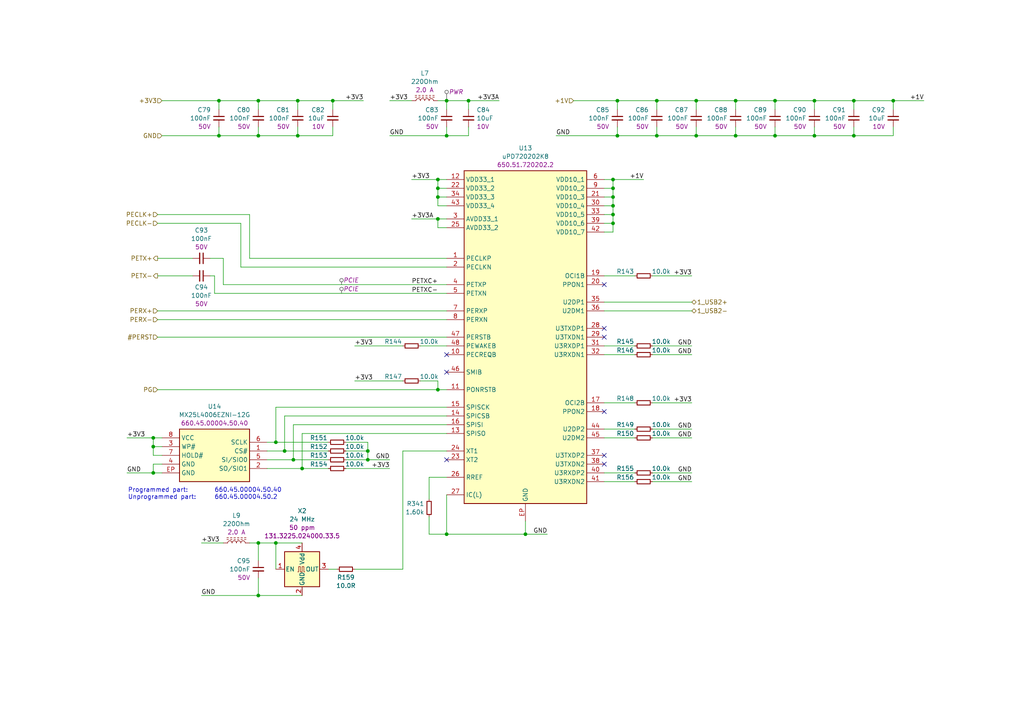
<source format=kicad_sch>
(kicad_sch (version 20231120) (generator "eeschema") (generator_version "8.0")
  (paper "A4")
  (title_block (title "CQ2") (date "2024-08-03") (rev "0") (comment 1 "PCIe USB Interface") (comment 2 "Manfred Schmitz") (comment 3 "tbd") (comment 4 "2024-07-03") (comment 5 "tbd") (comment 6 "A"))
  (lib_symbols
    (symbol "ci4rail-database:capacitors/86" (pin_numbers hide) (pin_names (offset 0.254) hide)
      (property "Reference" "C" (at 0.254 1.778 0))
      (property "Value" "100nF" (at 0.254 -2.032 0))
      (property "Value2" "50V" (at 0 0 0))
      (symbol "capacitors/86_0_1"
        (polyline (pts (xy -1.524 -0.508) (xy 1.524 -0.508)) (stroke (width 0.3302)))
        (polyline (pts (xy -1.524 0.508) (xy 1.524 0.508)) (stroke (width 0.3048)))
      )
      (symbol "capacitors/86_1_1"
        (pin passive line (at 0 2.54 270) (length 2.032) (name "~") (number "1"))
        (pin passive line (at 0 -2.54 90) (length 2.032) (name "~") (number "2"))
      )
    )
    (symbol "ci4rail-database:capacitors/93" (pin_numbers hide) (pin_names (offset 0.254) hide)
      (property "Reference" "C" (at 0.254 1.778 0))
      (property "Value" "10uF" (at 0.254 -2.032 0))
      (property "Value2" "10V" (at 0 0 0))
      (symbol "capacitors/93_0_1"
        (polyline (pts (xy -1.524 -0.508) (xy 1.524 -0.508)) (stroke (width 0.3302)))
        (polyline (pts (xy -1.524 0.508) (xy 1.524 0.508)) (stroke (width 0.3048)))
      )
      (symbol "capacitors/93_1_1"
        (pin passive line (at 0 2.54 270) (length 2.032) (name "~") (number "1"))
        (pin passive line (at 0 -2.54 90) (length 2.032) (name "~") (number "2"))
      )
    )
    (symbol "ci4rail-database:inductors/46" (pin_numbers hide) (pin_names (offset 1.016) hide)
      (property "Reference" "L" (at -1.905 -1.905 90))
      (property "Value" "220Ohm" (at 2.794 0 90))
      (property "Value1" "2.0 A" (at 0 0 0))
      (symbol "inductors/46_0_1"
        (arc (start 0 -2.54) (mid 0.635 -1.905) (end 0 -1.27))
        (arc (start 0 -1.27) (mid 0.635 -0.635) (end 0 0))
        (polyline (pts (xy 1.016 -2.794) (xy 1.016 -2.286)))
        (polyline (pts (xy 1.016 -1.778) (xy 1.016 -1.27)))
        (polyline (pts (xy 1.016 -0.762) (xy 1.016 -0.254)))
        (polyline (pts (xy 1.016 0.254) (xy 1.016 0.762)))
        (polyline (pts (xy 1.016 1.27) (xy 1.016 1.778)))
        (polyline (pts (xy 1.016 2.286) (xy 1.016 2.794)))
        (polyline (pts (xy 1.524 -2.286) (xy 1.524 -2.794)))
        (polyline (pts (xy 1.524 -1.27) (xy 1.524 -1.778)))
        (polyline (pts (xy 1.524 -0.254) (xy 1.524 -0.762)))
        (polyline (pts (xy 1.524 0.762) (xy 1.524 0.254)))
        (polyline (pts (xy 1.524 1.778) (xy 1.524 1.27)))
        (polyline (pts (xy 1.524 2.794) (xy 1.524 2.286)))
        (arc (start 0 0) (mid 0.635 0.635) (end 0 1.27))
        (arc (start 0 1.27) (mid 0.635 1.905) (end 0 2.54))
      )
      (symbol "inductors/46_1_1"
        (pin passive line (at 0 3.81 270) (length 1.27) (name "1") (number "1"))
        (pin passive line (at 0 -3.81 90) (length 1.27) (name "2") (number "2"))
      )
    )
    (symbol "ci4rail-database:integrated/149"
      (property "Reference" "U" (at -0.762 53.086 0))
      (property "Value" "uPD720202K8" (at -10.414 50.8 0))
      (symbol "integrated/149_1_1"
        (rectangle (start -17.78 48.26) (end 17.78 -48.26) (stroke (width 0.254)) (fill (type background)))
        (pin passive line (at -22.86 22.86 0) (length 5.08) (name "PECLKP") (number "1"))
        (pin passive line (at -22.86 -5.08 0) (length 5.08) (name "PECREQB") (number "10"))
        (pin passive line (at -22.86 -15.24 0) (length 5.08) (name "PONRSTB") (number "11"))
        (pin passive line (at -22.86 45.72 0) (length 5.08) (name "VDD33_1") (number "12"))
        (pin passive line (at -22.86 -27.94 0) (length 5.08) (name "SPISO") (number "13"))
        (pin passive line (at -22.86 -22.86 0) (length 5.08) (name "SPICSB") (number "14"))
        (pin passive line (at -22.86 -20.32 0) (length 5.08) (name "SPISCK") (number "15"))
        (pin passive line (at -22.86 -25.4 0) (length 5.08) (name "SPISI") (number "16"))
        (pin passive line (at 22.86 -19.05 180) (length 5.08) (name "OCI2B") (number "17"))
        (pin passive line (at 22.86 -21.59 180) (length 5.08) (name "PPON2") (number "18"))
        (pin passive line (at 22.86 17.78 180) (length 5.08) (name "OCI1B") (number "19"))
        (pin passive line (at -22.86 20.32 0) (length 5.08) (name "PECLKN") (number "2"))
        (pin passive line (at 22.86 15.24 180) (length 5.08) (name "PPON1") (number "20"))
        (pin passive line (at 22.86 40.64 180) (length 5.08) (name "VDD10_3") (number "21"))
        (pin passive line (at -22.86 43.18 0) (length 5.08) (name "VDD33_2") (number "22"))
        (pin passive line (at -22.86 -35.56 0) (length 5.08) (name "XT2") (number "23"))
        (pin passive line (at -22.86 -33.02 0) (length 5.08) (name "XT1") (number "24"))
        (pin passive line (at -22.86 31.75 0) (length 5.08) (name "AVDD33_2") (number "25"))
        (pin passive line (at -22.86 -40.64 0) (length 5.08) (name "RREF") (number "26"))
        (pin passive line (at -22.86 -45.72 0) (length 5.08) (name "IC(L)") (number "27"))
        (pin passive line (at 22.86 2.54 180) (length 5.08) (name "U3TXDP1") (number "28"))
        (pin passive line (at 22.86 0 180) (length 5.08) (name "U3TXDN1") (number "29"))
        (pin passive line (at -22.86 34.29 0) (length 5.08) (name "AVDD33_1") (number "3"))
        (pin passive line (at 22.86 38.1 180) (length 5.08) (name "VDD10_4") (number "30"))
        (pin passive line (at 22.86 -2.54 180) (length 5.08) (name "U3RXDP1") (number "31"))
        (pin passive line (at 22.86 -5.08 180) (length 5.08) (name "U3RXDN1") (number "32"))
        (pin passive line (at 22.86 35.56 180) (length 5.08) (name "VDD10_5") (number "33"))
        (pin passive line (at -22.86 40.64 0) (length 5.08) (name "VDD33_3") (number "34"))
        (pin passive line (at 22.86 10.16 180) (length 5.08) (name "U2DP1") (number "35"))
        (pin passive line (at 22.86 7.62 180) (length 5.08) (name "U2DM1") (number "36"))
        (pin passive line (at 22.86 -34.29 180) (length 5.08) (name "U3TXDP2") (number "37"))
        (pin passive line (at 22.86 -36.83 180) (length 5.08) (name "U3TXDN2") (number "38"))
        (pin passive line (at 22.86 33.02 180) (length 5.08) (name "VDD10_6") (number "39"))
        (pin passive line (at -22.86 15.24 0) (length 5.08) (name "PETXP") (number "4"))
        (pin passive line (at 22.86 -39.37 180) (length 5.08) (name "U3RXDP2") (number "40"))
        (pin passive line (at 22.86 -41.91 180) (length 5.08) (name "U3RXDN2") (number "41"))
        (pin passive line (at 22.86 30.48 180) (length 5.08) (name "VDD10_7") (number "42"))
        (pin passive line (at -22.86 38.1 0) (length 5.08) (name "VDD33_4") (number "43"))
        (pin passive line (at 22.86 -26.67 180) (length 5.08) (name "U2DP2") (number "44"))
        (pin passive line (at 22.86 -29.21 180) (length 5.08) (name "U2DM2") (number "45"))
        (pin passive line (at -22.86 -10.16 0) (length 5.08) (name "SMIB") (number "46"))
        (pin passive line (at -22.86 0 0) (length 5.08) (name "PERSTB") (number "47"))
        (pin passive line (at -22.86 -2.54 0) (length 5.08) (name "PEWAKEB") (number "48"))
        (pin passive line (at -22.86 12.7 0) (length 5.08) (name "PETXN") (number "5"))
        (pin passive line (at 22.86 45.72 180) (length 5.08) (name "VDD10_1") (number "6"))
        (pin passive line (at -22.86 7.62 0) (length 5.08) (name "PERXP") (number "7"))
        (pin passive line (at -22.86 5.08 0) (length 5.08) (name "PERXN") (number "8"))
        (pin passive line (at 22.86 43.18 180) (length 5.08) (name "VDD10_2") (number "9"))
        (pin passive line (at 0 -53.34 90) (length 5.08) (name "GND") (number "EP"))
      )
    )
    (symbol "ci4rail-database:integrated/150"
      (property "Reference" "U" (at -10.414 11.938 0))
      (property "Value" "MX25L4006EZNI-12G" (at -10.414 9.906 0))
      (symbol "integrated/150_1_1"
        (rectangle (start -10.16 7.62) (end 10.16 -7.62) (stroke (width 0.254)) (fill (type background)))
        (pin passive line (at 15.24 1.27 180) (length 5.08) (name "CS#") (number "1"))
        (pin passive line (at 15.24 -3.81 180) (length 5.08) (name "SO/SIO1") (number "2"))
        (pin passive line (at -15.24 2.54 0) (length 5.08) (name "WP#") (number "3"))
        (pin passive line (at -15.24 -2.54 0) (length 5.08) (name "GND") (number "4"))
        (pin passive line (at 15.24 -1.27 180) (length 5.08) (name "SI/SIO0") (number "5"))
        (pin passive line (at 15.24 3.81 180) (length 5.08) (name "SCLK") (number "6"))
        (pin passive line (at -15.24 0 0) (length 5.08) (name "HOLD#") (number "7"))
        (pin passive line (at -15.24 5.08 0) (length 5.08) (name "VCC") (number "8"))
        (pin passive line (at -15.24 -5.08 0) (length 5.08) (name "GND") (number "EP"))
      )
    )
    (symbol "ci4rail-database:integrated/75" (pin_names (offset 0.254))
      (property "Reference" "X" (at 2.54 11.938 0))
      (property "Value" "24 MHz" (at 2.286 10.16 0))
      (property "Value1" "50 ppm" (at 4.318 8.89 0))
      (property "ERP2" "131.3225.024000.33.5" (at 4.826 6.604 0))
      (symbol "integrated/75_0_1"
        (rectangle (start -5.08 5.08) (end 5.08 -5.08) (stroke (width 0.254)) (fill (type background)))
        (polyline (pts (xy -1.27 -0.762) (xy -1.016 -0.762) (xy -1.016 0.762) (xy -0.508 0.762) (xy -0.508 -0.762) (xy 0 -0.762) (xy 0 0.762) (xy 0.508 0.762) (xy 0.508 -0.762) (xy 0.762 -0.762)))
      )
      (symbol "integrated/75_1_1"
        (pin passive line (at -7.62 0 0) (length 2.54) (name "EN") (number "1"))
        (pin passive line (at 0 -7.62 90) (length 2.54) (name "GND") (number "2"))
        (pin passive line (at 7.62 0 180) (length 2.54) (name "OUT") (number "3"))
        (pin passive line (at 0 7.62 270) (length 2.54) (name "Vdd") (number "4"))
      )
    )
    (symbol "ci4rail-database:resistors/104" (pin_numbers hide) (pin_names (offset 0))
      (property "Reference" "R" (at 2.032 0 90))
      (property "Value" "10.0R" (at 0 0 90))
      (symbol "resistors/104_0_1"
        (rectangle (start -0.635 1.905) (end 0.635 -1.905) (stroke (width 0.254)))
      )
      (symbol "resistors/104_1_1"
        (pin passive line (at 0 2.54 270) (length 0.635) (name "~") (number "1"))
        (pin passive line (at 0 -2.54 90) (length 0.635) (name "~") (number "2"))
      )
    )
    (symbol "ci4rail-database:resistors/179" (pin_numbers hide) (pin_names (offset 0))
      (property "Reference" "R" (at 2.032 0 90))
      (property "Value" "10.0k" (at 0 0 90))
      (symbol "resistors/179_0_1"
        (rectangle (start -0.635 1.905) (end 0.635 -1.905) (stroke (width 0.254)))
      )
      (symbol "resistors/179_1_1"
        (pin passive line (at 0 2.54 270) (length 0.635) (name "~") (number "1"))
        (pin passive line (at 0 -2.54 90) (length 0.635) (name "~") (number "2"))
      )
    )
    (symbol "ci4rail-database:resistors/238" (pin_numbers hide) (pin_names (offset 0))
      (property "Reference" "R" (at 2.032 0 90))
      (property "Value" "1.60k" (at 0 0 90))
      (symbol "resistors/238_0_1"
        (rectangle (start -0.635 1.905) (end 0.635 -1.905) (stroke (width 0.254)))
      )
      (symbol "resistors/238_1_1"
        (pin passive line (at 0 2.54 270) (length 0.635) (name "~") (number "1"))
        (pin passive line (at 0 -2.54 90) (length 0.635) (name "~") (number "2"))
      )
    )
  )
  (junction (at 106.68 130.81))
  (junction (at 213.36 29.21))
  (junction (at 63.5 39.37))
  (junction (at 201.93 29.21))
  (junction (at 80.01 157.48))
  (junction (at 44.45 127))
  (junction (at 179.07 29.21))
  (junction (at 74.93 39.37))
  (junction (at 177.8 64.77))
  (junction (at 96.52 29.21))
  (junction (at 87.63 135.89))
  (junction (at 135.89 29.21))
  (junction (at 129.54 29.21))
  (junction (at 224.79 29.21))
  (junction (at 247.65 39.37))
  (junction (at 236.22 29.21))
  (junction (at 129.54 154.94))
  (junction (at 127 54.61))
  (junction (at 74.93 172.72))
  (junction (at 177.8 52.07))
  (junction (at 201.93 39.37))
  (junction (at 86.36 29.21))
  (junction (at 74.93 29.21))
  (junction (at 177.8 59.69))
  (junction (at 127 57.15))
  (junction (at 44.45 137.16))
  (junction (at 179.07 39.37))
  (junction (at 127 52.07))
  (junction (at 177.8 54.61))
  (junction (at 259.08 29.21))
  (junction (at 177.8 57.15))
  (junction (at 63.5 29.21))
  (junction (at 74.93 157.48))
  (junction (at 106.68 133.35))
  (junction (at 82.55 130.81))
  (junction (at 127 113.03))
  (junction (at 152.4 154.94))
  (junction (at 85.09 133.35))
  (junction (at 190.5 29.21))
  (junction (at 247.65 29.21))
  (junction (at 213.36 39.37))
  (junction (at 224.79 39.37))
  (junction (at 80.01 128.27))
  (junction (at 44.45 129.54))
  (junction (at 129.54 39.37))
  (junction (at 236.22 39.37))
  (junction (at 177.8 62.23))
  (junction (at 127 63.5))
  (junction (at 190.5 39.37))
  (junction (at 86.36 39.37))
  (no_connect (at 175.26 134.62))
  (no_connect (at 175.26 82.55))
  (no_connect (at 129.54 102.87))
  (no_connect (at 175.26 132.08))
  (no_connect (at 129.54 107.95))
  (no_connect (at 175.26 119.38))
  (no_connect (at 175.26 97.79))
  (no_connect (at 175.26 95.25))
  (no_connect (at 129.54 133.35))
  (wire (pts (xy 77.47 133.35) (xy 85.09 133.35)))
  (wire (pts (xy 127 110.49) (xy 127 113.03)))
  (wire (pts (xy 201.93 36.83) (xy 201.93 39.37)))
  (wire (pts (xy 259.08 31.75) (xy 259.08 29.21)))
  (wire (pts (xy 127 66.04) (xy 127 63.5)))
  (wire (pts (xy 129.54 66.04) (xy 127 66.04)))
  (wire (pts (xy 74.93 172.72) (xy 74.93 167.64)))
  (wire (pts (xy 80.01 128.27) (xy 80.01 118.11)))
  (wire (pts (xy 190.5 36.83) (xy 190.5 39.37)))
  (wire (pts (xy 259.08 36.83) (xy 259.08 39.37)))
  (wire (pts (xy 121.92 100.33) (xy 129.54 100.33)))
  (wire (pts (xy 179.07 29.21) (xy 190.5 29.21)))
  (wire (pts (xy 116.84 130.81) (xy 116.84 165.1)))
  (wire (pts (xy 177.8 62.23) (xy 175.26 62.23)))
  (wire (pts (xy 45.72 113.03) (xy 127 113.03)))
  (wire (pts (xy 177.8 64.77) (xy 177.8 67.31)))
  (wire (pts (xy 200.66 80.01) (xy 189.23 80.01)))
  (wire (pts (xy 86.36 29.21) (xy 86.36 31.75)))
  (wire (pts (xy 45.72 80.01) (xy 55.88 80.01)))
  (wire (pts (xy 100.33 130.81) (xy 106.68 130.81)))
  (wire (pts (xy 184.15 80.01) (xy 175.26 80.01)))
  (wire (pts (xy 121.92 110.49) (xy 127 110.49)))
  (wire (pts (xy 100.33 128.27) (xy 106.68 128.27)))
  (wire (pts (xy 200.66 116.84) (xy 189.23 116.84)))
  (wire (pts (xy 129.54 74.93) (xy 72.39 74.93)))
  (wire (pts (xy 129.54 120.65) (xy 82.55 120.65)))
  (wire (pts (xy 116.84 165.1) (xy 102.87 165.1)))
  (wire (pts (xy 124.46 149.86) (xy 124.46 154.94)))
  (wire (pts (xy 77.47 128.27) (xy 80.01 128.27)))
  (wire (pts (xy 113.03 39.37) (xy 129.54 39.37)))
  (wire (pts (xy 259.08 29.21) (xy 267.97 29.21)))
  (wire (pts (xy 100.33 133.35) (xy 106.68 133.35)))
  (wire (pts (xy 46.99 134.62) (xy 44.45 134.62)))
  (wire (pts (xy 77.47 130.81) (xy 82.55 130.81)))
  (wire (pts (xy 127 54.61) (xy 127 57.15)))
  (wire (pts (xy 135.89 31.75) (xy 135.89 29.21)))
  (wire (pts (xy 135.89 36.83) (xy 135.89 39.37)))
  (wire (pts (xy 224.79 36.83) (xy 224.79 39.37)))
  (wire (pts (xy 175.26 90.17) (xy 200.66 90.17)))
  (wire (pts (xy 175.26 139.7) (xy 184.15 139.7)))
  (wire (pts (xy 86.36 39.37) (xy 74.93 39.37)))
  (wire (pts (xy 152.4 151.13) (xy 152.4 154.94)))
  (wire (pts (xy 97.79 165.1) (xy 95.25 165.1)))
  (wire (pts (xy 224.79 29.21) (xy 224.79 31.75)))
  (wire (pts (xy 45.72 97.79) (xy 129.54 97.79)))
  (wire (pts (xy 177.8 62.23) (xy 177.8 64.77)))
  (wire (pts (xy 189.23 100.33) (xy 200.66 100.33)))
  (wire (pts (xy 127 63.5) (xy 129.54 63.5)))
  (wire (pts (xy 177.8 54.61) (xy 177.8 57.15)))
  (wire (pts (xy 80.01 157.48) (xy 87.63 157.48)))
  (wire (pts (xy 87.63 125.73) (xy 87.63 135.89)))
  (wire (pts (xy 82.55 130.81) (xy 95.25 130.81)))
  (wire (pts (xy 184.15 116.84) (xy 175.26 116.84)))
  (wire (pts (xy 80.01 118.11) (xy 129.54 118.11)))
  (wire (pts (xy 58.42 157.48) (xy 64.77 157.48)))
  (wire (pts (xy 124.46 154.94) (xy 129.54 154.94)))
  (wire (pts (xy 45.72 90.17) (xy 129.54 90.17)))
  (wire (pts (xy 129.54 54.61) (xy 127 54.61)))
  (wire (pts (xy 201.93 39.37) (xy 190.5 39.37)))
  (wire (pts (xy 96.52 29.21) (xy 105.41 29.21)))
  (wire (pts (xy 58.42 172.72) (xy 74.93 172.72)))
  (wire (pts (xy 190.5 29.21) (xy 201.93 29.21)))
  (wire (pts (xy 69.85 77.47) (xy 69.85 64.77)))
  (wire (pts (xy 74.93 29.21) (xy 86.36 29.21)))
  (wire (pts (xy 236.22 29.21) (xy 236.22 31.75)))
  (wire (pts (xy 166.37 29.21) (xy 179.07 29.21)))
  (wire (pts (xy 129.54 52.07) (xy 127 52.07)))
  (wire (pts (xy 201.93 29.21) (xy 213.36 29.21)))
  (wire (pts (xy 100.33 135.89) (xy 113.03 135.89)))
  (wire (pts (xy 177.8 59.69) (xy 175.26 59.69)))
  (wire (pts (xy 177.8 67.31) (xy 175.26 67.31)))
  (wire (pts (xy 60.96 74.93) (xy 64.77 74.93)))
  (wire (pts (xy 80.01 165.1) (xy 80.01 157.48)))
  (wire (pts (xy 247.65 36.83) (xy 247.65 39.37)))
  (wire (pts (xy 236.22 36.83) (xy 236.22 39.37)))
  (wire (pts (xy 177.8 52.07) (xy 175.26 52.07)))
  (wire (pts (xy 247.65 29.21) (xy 259.08 29.21)))
  (wire (pts (xy 46.99 29.21) (xy 63.5 29.21)))
  (wire (pts (xy 213.36 36.83) (xy 213.36 39.37)))
  (wire (pts (xy 74.93 157.48) (xy 80.01 157.48)))
  (wire (pts (xy 119.38 52.07) (xy 127 52.07)))
  (wire (pts (xy 189.23 124.46) (xy 200.66 124.46)))
  (wire (pts (xy 85.09 133.35) (xy 85.09 123.19)))
  (wire (pts (xy 213.36 39.37) (xy 224.79 39.37)))
  (wire (pts (xy 127 29.21) (xy 129.54 29.21)))
  (wire (pts (xy 36.83 127) (xy 44.45 127)))
  (wire (pts (xy 62.23 80.01) (xy 60.96 80.01)))
  (wire (pts (xy 106.68 128.27) (xy 106.68 130.81)))
  (wire (pts (xy 106.68 133.35) (xy 113.03 133.35)))
  (wire (pts (xy 129.54 143.51) (xy 129.54 154.94)))
  (wire (pts (xy 135.89 39.37) (xy 129.54 39.37)))
  (wire (pts (xy 85.09 133.35) (xy 95.25 133.35)))
  (wire (pts (xy 127 52.07) (xy 127 54.61)))
  (wire (pts (xy 96.52 36.83) (xy 96.52 39.37)))
  (wire (pts (xy 46.99 39.37) (xy 63.5 39.37)))
  (wire (pts (xy 72.39 157.48) (xy 74.93 157.48)))
  (wire (pts (xy 74.93 162.56) (xy 74.93 157.48)))
  (wire (pts (xy 102.87 100.33) (xy 116.84 100.33)))
  (wire (pts (xy 177.8 52.07) (xy 186.69 52.07)))
  (wire (pts (xy 224.79 39.37) (xy 236.22 39.37)))
  (wire (pts (xy 46.99 132.08) (xy 44.45 132.08)))
  (wire (pts (xy 44.45 137.16) (xy 46.99 137.16)))
  (wire (pts (xy 129.54 125.73) (xy 87.63 125.73)))
  (wire (pts (xy 175.26 124.46) (xy 184.15 124.46)))
  (wire (pts (xy 129.54 29.21) (xy 135.89 29.21)))
  (wire (pts (xy 113.03 29.21) (xy 119.38 29.21)))
  (wire (pts (xy 175.26 87.63) (xy 200.66 87.63)))
  (wire (pts (xy 64.77 74.93) (xy 64.77 82.55)))
  (wire (pts (xy 129.54 36.83) (xy 129.54 39.37)))
  (wire (pts (xy 175.26 127) (xy 184.15 127)))
  (wire (pts (xy 127 113.03) (xy 129.54 113.03)))
  (wire (pts (xy 213.36 29.21) (xy 224.79 29.21)))
  (wire (pts (xy 102.87 110.49) (xy 116.84 110.49)))
  (wire (pts (xy 44.45 129.54) (xy 44.45 127)))
  (wire (pts (xy 45.72 62.23) (xy 72.39 62.23)))
  (wire (pts (xy 80.01 128.27) (xy 95.25 128.27)))
  (wire (pts (xy 177.8 52.07) (xy 177.8 54.61)))
  (wire (pts (xy 36.83 137.16) (xy 44.45 137.16)))
  (wire (pts (xy 63.5 29.21) (xy 74.93 29.21)))
  (wire (pts (xy 74.93 36.83) (xy 74.93 39.37)))
  (wire (pts (xy 119.38 63.5) (xy 127 63.5)))
  (wire (pts (xy 69.85 77.47) (xy 129.54 77.47)))
  (wire (pts (xy 247.65 29.21) (xy 247.65 31.75)))
  (wire (pts (xy 161.29 39.37) (xy 179.07 39.37)))
  (wire (pts (xy 62.23 80.01) (xy 62.23 85.09)))
  (wire (pts (xy 189.23 137.16) (xy 200.66 137.16)))
  (wire (pts (xy 82.55 120.65) (xy 82.55 130.81)))
  (wire (pts (xy 189.23 127) (xy 200.66 127)))
  (wire (pts (xy 179.07 36.83) (xy 179.07 39.37)))
  (wire (pts (xy 224.79 29.21) (xy 236.22 29.21)))
  (wire (pts (xy 129.54 31.75) (xy 129.54 29.21)))
  (wire (pts (xy 77.47 135.89) (xy 87.63 135.89)))
  (wire (pts (xy 177.8 57.15) (xy 177.8 59.69)))
  (wire (pts (xy 63.5 31.75) (xy 63.5 29.21)))
  (wire (pts (xy 201.93 29.21) (xy 201.93 31.75)))
  (wire (pts (xy 127 57.15) (xy 129.54 57.15)))
  (wire (pts (xy 124.46 138.43) (xy 124.46 144.78)))
  (wire (pts (xy 106.68 130.81) (xy 106.68 133.35)))
  (wire (pts (xy 135.89 29.21) (xy 144.78 29.21)))
  (wire (pts (xy 189.23 139.7) (xy 200.66 139.7)))
  (wire (pts (xy 86.36 29.21) (xy 96.52 29.21)))
  (wire (pts (xy 96.52 31.75) (xy 96.52 29.21)))
  (wire (pts (xy 177.8 64.77) (xy 175.26 64.77)))
  (wire (pts (xy 179.07 31.75) (xy 179.07 29.21)))
  (wire (pts (xy 74.93 39.37) (xy 63.5 39.37)))
  (wire (pts (xy 45.72 74.93) (xy 55.88 74.93)))
  (wire (pts (xy 44.45 127) (xy 46.99 127)))
  (wire (pts (xy 87.63 172.72) (xy 74.93 172.72)))
  (wire (pts (xy 177.8 59.69) (xy 177.8 62.23)))
  (wire (pts (xy 175.26 102.87) (xy 184.15 102.87)))
  (wire (pts (xy 127 59.69) (xy 127 57.15)))
  (wire (pts (xy 62.23 85.09) (xy 129.54 85.09)))
  (wire (pts (xy 74.93 29.21) (xy 74.93 31.75)))
  (wire (pts (xy 64.77 82.55) (xy 129.54 82.55)))
  (wire (pts (xy 190.5 29.21) (xy 190.5 31.75)))
  (wire (pts (xy 190.5 39.37) (xy 179.07 39.37)))
  (wire (pts (xy 116.84 130.81) (xy 129.54 130.81)))
  (wire (pts (xy 189.23 102.87) (xy 200.66 102.87)))
  (wire (pts (xy 44.45 134.62) (xy 44.45 137.16)))
  (wire (pts (xy 45.72 64.77) (xy 69.85 64.77)))
  (wire (pts (xy 45.72 92.71) (xy 129.54 92.71)))
  (wire (pts (xy 129.54 138.43) (xy 124.46 138.43)))
  (wire (pts (xy 72.39 74.93) (xy 72.39 62.23)))
  (wire (pts (xy 85.09 123.19) (xy 129.54 123.19)))
  (wire (pts (xy 236.22 29.21) (xy 247.65 29.21)))
  (wire (pts (xy 87.63 135.89) (xy 95.25 135.89)))
  (wire (pts (xy 63.5 36.83) (xy 63.5 39.37)))
  (wire (pts (xy 86.36 36.83) (xy 86.36 39.37)))
  (wire (pts (xy 247.65 39.37) (xy 259.08 39.37)))
  (wire (pts (xy 96.52 39.37) (xy 86.36 39.37)))
  (wire (pts (xy 175.26 100.33) (xy 184.15 100.33)))
  (wire (pts (xy 44.45 129.54) (xy 46.99 129.54)))
  (wire (pts (xy 177.8 54.61) (xy 175.26 54.61)))
  (wire (pts (xy 177.8 57.15) (xy 175.26 57.15)))
  (wire (pts (xy 236.22 39.37) (xy 247.65 39.37)))
  (wire (pts (xy 44.45 132.08) (xy 44.45 129.54)))
  (wire (pts (xy 129.54 59.69) (xy 127 59.69)))
  (wire (pts (xy 201.93 39.37) (xy 213.36 39.37)))
  (wire (pts (xy 152.4 154.94) (xy 158.75 154.94)))
  (wire (pts (xy 213.36 29.21) (xy 213.36 31.75)))
  (wire (pts (xy 129.54 154.94) (xy 152.4 154.94)))
  (wire (pts (xy 175.26 137.16) (xy 184.15 137.16)))
  (text "Programmed part:	660.45.00004.50.40\nUnprogrammed part:	660.45.00004.50.2 " (at 37.084 143.256 0) (effects (font (size 1.27 1.27)) (justify left)))
  (label "+1V" (at 267.97 29.21 180))
  (label "+1V" (at 186.69 52.07 180))
  (label "PETXC+" (at 119.38 82.55 0))
  (label "GND" (at 36.83 137.16 0))
  (label "PETXC-" (at 119.38 85.09 0))
  (label "+3V3" (at 113.03 135.89 180))
  (label "+3V3A" (at 119.38 63.5 0))
  (label "GND" (at 58.42 172.72 0))
  (label "GND" (at 200.66 127 180))
  (label "GND" (at 113.03 39.37 0))
  (label "GND" (at 200.66 124.46 180))
  (label "+3V3" (at 102.87 100.33 0))
  (label "GND" (at 200.66 100.33 180))
  (label "+3V3A" (at 144.78 29.21 180))
  (label "+3V3" (at 58.42 157.48 0))
  (label "+3V3" (at 105.41 29.21 180))
  (label "+3V3" (at 200.66 116.84 180))
  (label "+3V3" (at 113.03 29.21 0))
  (label "+3V3" (at 102.87 110.49 0))
  (label "GND" (at 200.66 137.16 180))
  (label "+3V3" (at 200.66 80.01 180))
  (label "+3V3" (at 119.38 52.07 0))
  (label "GND" (at 113.03 133.35 180))
  (label "GND" (at 200.66 102.87 180))
  (label "GND" (at 158.75 154.94 180))
  (label "GND" (at 200.66 139.7 180))
  (label "GND" (at 161.29 39.37 0))
  (label "+3V3" (at 36.83 127 0))
  (hierarchical_label "1_USB2-" (shape bidirectional) (at 200.66 90.17 0))
  (hierarchical_label "PERX-" (shape input) (at 45.72 92.71 180))
  (hierarchical_label "PECLK-" (shape input) (at 45.72 64.77 180))
  (hierarchical_label "GND" (shape input) (at 46.99 39.37 180))
  (hierarchical_label "PETX+" (shape output) (at 45.72 74.93 180))
  (hierarchical_label "PG" (shape input) (at 45.72 113.03 180))
  (hierarchical_label "PETX-" (shape output) (at 45.72 80.01 180))
  (hierarchical_label "+3V3" (shape input) (at 46.99 29.21 180))
  (hierarchical_label "#PERST" (shape input) (at 45.72 97.79 180))
  (hierarchical_label "+1V" (shape input) (at 166.37 29.21 180))
  (hierarchical_label "1_USB2+" (shape bidirectional) (at 200.66 87.63 0))
  (hierarchical_label "PECLK+" (shape input) (at 45.72 62.23 180))
  (hierarchical_label "PERX+" (shape input) (at 45.72 90.17 180))
  (netclass_flag "" (length 1.28) (shape round) (at 99.06 82.55 0) (property "Netclass" "PCIE" (at 99.568 81.28 0) (effects (font (italic yes)) (justify left))))
  (netclass_flag "" (length 1.28) (shape round) (at 99.06 85.09 0) (property "Netclass" "PCIE" (at 99.568 83.82 0) (effects (font (italic yes)) (justify left))))
  (netclass_flag "" (length 2.54) (shape round) (at 129.54 29.21 0) (property "Netclass" "PWR" (at 130.1496 26.67 0) (effects (font (italic yes)) (justify left))))
  (symbol (lib_id "ci4rail-database:capacitors/93") (at 259.08 34.29 0) (mirror y) (unit 1)
    (property "Reference" "C92" (at 256.7559 31.872 0) (effects (justify left)))
    (property "Value" "10uF" (at 256.7559 34.2963 0) (effects (justify left)))
    (property "Footprint" "0-standard:0402-capacitor" (effects (hide yes)))
    (property "Description" "Multilayer Ceramic Capacitors" (effects (hide yes)))
    (property "Value1" "+/-20 %" (effects (hide yes)))
    (property "Value2" "10V" (at 256.7559 36.7206 0) (effects (justify left)))
    (property "Value3" "X5R" (effects (hide yes)))
    (property "MPN" "n/a" (effects (hide yes)))
    (property "LTB" "9999" (effects (hide yes)))
    (property "ERP1" "M120-00067-00" (effects (hide yes)))
    (property "ERP2" "110.42.610.010.0" (effects (hide yes)))
    (property "Cost" "0.1" (effects (hide yes)))
    (property "Lifecycle" "released" (effects (hide yes)))
    (property "Outline" "SMT 0402" (effects (hide yes)))
  )
  (symbol (lib_id "ci4rail-database:capacitors/86") (at 213.36 34.29 0) (mirror y) (unit 1)
    (property "Reference" "C88" (at 211.036 31.872 0) (effects (justify left)))
    (property "Value" "100nF" (at 211.036 34.2963 0) (effects (justify left)))
    (property "Footprint" "0-standard:0402-capacitor" (effects (hide yes)))
    (property "Description" "Multilayer Ceramic Capacitors" (effects (hide yes)))
    (property "Value1" "+/-10 %" (effects (hide yes)))
    (property "Value2" "50V" (at 211.036 36.7206 0) (effects (justify left)))
    (property "Value3" "X5R/X7R" (effects (hide yes)))
    (property "MPN" "n/a" (effects (hide yes)))
    (property "LTB" "9999" (effects (hide yes)))
    (property "ERP1" "M120-00060-00" (effects (hide yes)))
    (property "ERP2" "110.42.410.050.0" (effects (hide yes)))
    (property "Cost" "0.02" (effects (hide yes)))
    (property "Lifecycle" "released" (effects (hide yes)))
    (property "Outline" "SMT 0402" (effects (hide yes)))
  )
  (symbol (lib_id "ci4rail-database:capacitors/86") (at 236.22 34.29 0) (mirror y) (unit 1)
    (property "Reference" "C90" (at 233.896 31.872 0) (effects (justify left)))
    (property "Value" "100nF" (at 233.896 34.2963 0) (effects (justify left)))
    (property "Footprint" "0-standard:0402-capacitor" (effects (hide yes)))
    (property "Description" "Multilayer Ceramic Capacitors" (effects (hide yes)))
    (property "Value1" "+/-10 %" (effects (hide yes)))
    (property "Value2" "50V" (at 233.896 36.7206 0) (effects (justify left)))
    (property "Value3" "X5R/X7R" (effects (hide yes)))
    (property "MPN" "n/a" (effects (hide yes)))
    (property "LTB" "9999" (effects (hide yes)))
    (property "ERP1" "M120-00060-00" (effects (hide yes)))
    (property "ERP2" "110.42.410.050.0" (effects (hide yes)))
    (property "Cost" "0.02" (effects (hide yes)))
    (property "Lifecycle" "released" (effects (hide yes)))
    (property "Outline" "SMT 0402" (effects (hide yes)))
  )
  (symbol (lib_id "ci4rail-database:resistors/179") (at 119.38 100.33 90) (unit 1)
    (property "Reference" "R144" (at 114.046 99.06 90))
    (property "Value" "10.0k" (at 124.46 99.06 90))
    (property "Footprint" "0-standard:0402-resistor" (effects (hide yes)))
    (property "Description" "Thick film resistor" (effects (hide yes)))
    (property "Value1" "+/-1%" (effects (hide yes)))
    (property "Value2" "100 ppm" (effects (hide yes)))
    (property "Value3" "62.5 mW" (effects (hide yes)))
    (property "Value4" "50 V" (effects (hide yes)))
    (property "MPN" "n/a" (effects (hide yes)))
    (property "LTB" "9999" (effects (hide yes)))
    (property "ERP1" "M110-00163-00" (effects (hide yes)))
    (property "ERP2" "101.403.3100" (effects (hide yes)))
    (property "Lifecycle" "released" (effects (hide yes)))
    (property "Cost" "0.01" (effects (hide yes)))
    (property "Outline" "SMT 0402" (effects (hide yes)))
  )
  (symbol (lib_id "ci4rail-database:capacitors/86") (at 74.93 165.1 0) (mirror y) (unit 1)
    (property "Reference" "C95" (at 72.606 162.682 0) (effects (justify left)))
    (property "Value" "100nF" (at 72.606 165.1063 0) (effects (justify left)))
    (property "Footprint" "0-standard:0402-capacitor" (effects (hide yes)))
    (property "Description" "Multilayer Ceramic Capacitors" (effects (hide yes)))
    (property "Value1" "+/-10 %" (effects (hide yes)))
    (property "Value2" "50V" (at 72.606 167.5306 0) (effects (justify left)))
    (property "Value3" "X5R/X7R" (effects (hide yes)))
    (property "MPN" "n/a" (effects (hide yes)))
    (property "LTB" "9999" (effects (hide yes)))
    (property "ERP1" "M120-00060-00" (effects (hide yes)))
    (property "ERP2" "110.42.410.050.0" (effects (hide yes)))
    (property "Cost" "0.02" (effects (hide yes)))
    (property "Lifecycle" "released" (effects (hide yes)))
    (property "Outline" "SMT 0402" (effects (hide yes)))
  )
  (symbol (lib_id "ci4rail-database:inductors/46") (at 68.58 157.48 270) (mirror x) (unit 1)
    (property "Reference" "L9" (at 68.58 149.5143 90))
    (property "Value" "220Ohm" (at 68.58 151.9386 90))
    (property "Footprint" "0-standard:0805-inductor" (effects (hide yes)))
    (property "Datasheet" "${KICAD_CI4RAIL_DATASHEET_DIR}/inductors-46" (effects (hide yes)))
    (property "Description" "Ferrites" (effects (hide yes)))
    (property "Value1" "2.0 A" (at 68.58 154.3629 90))
    (property "Value2" "50 mOhm" (effects (hide yes)))
    (property "MPN" "Walsin WQBD2012HCU221TH" (effects (hide yes)))
    (property "MPN1" "Murata" (effects (hide yes)))
    (property "MPN2" "BLM21PG221SN1D" (effects (hide yes)))
    (property "LTB" "2034" (effects (hide yes)))
    (property "Lifecycle" "released" (effects (hide yes)))
    (property "Cost" "0.03" (effects (hide yes)))
    (property "ERP1" "M131-00003-00" (effects (hide yes)))
    (property "ERP2" "119.2.0805.0220.0" (effects (hide yes)))
    (property "Outline" "SMT 0805" (effects (hide yes)))
  )
  (symbol (lib_id "ci4rail-database:resistors/104") (at 100.33 165.1 90) (unit 1)
    (property "Reference" "R159" (at 100.33 167.4551 90))
    (property "Value" "10.0R" (at 100.33 169.8794 90))
    (property "Footprint" "0-standard:0402-resistor" (effects (hide yes)))
    (property "Description" "Thick film resistor" (effects (hide yes)))
    (property "Value1" "+/-1%" (effects (hide yes)))
    (property "Value2" "100 ppm" (effects (hide yes)))
    (property "Value3" "62.5 mW" (effects (hide yes)))
    (property "Value4" "50 V" (effects (hide yes)))
    (property "MPN" "n/a" (effects (hide yes)))
    (property "LTB" "9999" (effects (hide yes)))
    (property "ERP1" "M110-00088-00" (effects (hide yes)))
    (property "ERP2" "101.403.0100" (effects (hide yes)))
    (property "Lifecycle" "released" (effects (hide yes)))
    (property "Cost" "0.01" (effects (hide yes)))
    (property "Outline" "SMT 0402" (effects (hide yes)))
  )
  (symbol (lib_id "ci4rail-database:capacitors/86") (at 86.36 34.29 0) (mirror y) (unit 1)
    (property "Reference" "C81" (at 84.036 31.872 0) (effects (justify left)))
    (property "Value" "100nF" (at 84.036 34.2963 0) (effects (justify left)))
    (property "Footprint" "0-standard:0402-capacitor" (effects (hide yes)))
    (property "Description" "Multilayer Ceramic Capacitors" (effects (hide yes)))
    (property "Value1" "+/-10 %" (effects (hide yes)))
    (property "Value2" "50V" (at 84.036 36.7206 0) (effects (justify left)))
    (property "Value3" "X5R/X7R" (effects (hide yes)))
    (property "MPN" "n/a" (effects (hide yes)))
    (property "LTB" "9999" (effects (hide yes)))
    (property "ERP1" "M120-00060-00" (effects (hide yes)))
    (property "ERP2" "110.42.410.050.0" (effects (hide yes)))
    (property "Cost" "0.02" (effects (hide yes)))
    (property "Lifecycle" "released" (effects (hide yes)))
    (property "Outline" "SMT 0402" (effects (hide yes)))
  )
  (symbol (lib_id "ci4rail-database:capacitors/86") (at 58.42 74.93 270) (unit 1)
    (property "Reference" "C93" (at 58.4136 66.7992 90))
    (property "Value" "100nF" (at 58.4136 69.2235 90))
    (property "Footprint" "0-standard:0402-capacitor" (effects (hide yes)))
    (property "Description" "Multilayer Ceramic Capacitors" (effects (hide yes)))
    (property "Value1" "+/-10 %" (effects (hide yes)))
    (property "Value2" "50V" (at 58.4136 71.6478 90))
    (property "Value3" "X5R/X7R" (effects (hide yes)))
    (property "MPN" "n/a" (effects (hide yes)))
    (property "LTB" "9999" (effects (hide yes)))
    (property "ERP1" "M120-00060-00" (effects (hide yes)))
    (property "ERP2" "110.42.410.050.0" (effects (hide yes)))
    (property "Cost" "0.02" (effects (hide yes)))
    (property "Lifecycle" "released" (effects (hide yes)))
    (property "Outline" "SMT 0402" (effects (hide yes)))
  )
  (symbol (lib_id "ci4rail-database:resistors/179") (at 186.69 124.46 90) (unit 1)
    (property "Reference" "R149" (at 181.356 123.19 90))
    (property "Value" "10.0k" (at 191.77 123.19 90))
    (property "Footprint" "0-standard:0402-resistor" (effects (hide yes)))
    (property "Description" "Thick film resistor" (effects (hide yes)))
    (property "Value1" "+/-1%" (effects (hide yes)))
    (property "Value2" "100 ppm" (effects (hide yes)))
    (property "Value3" "62.5 mW" (effects (hide yes)))
    (property "Value4" "50 V" (effects (hide yes)))
    (property "MPN" "n/a" (effects (hide yes)))
    (property "LTB" "9999" (effects (hide yes)))
    (property "ERP1" "M110-00163-00" (effects (hide yes)))
    (property "ERP2" "101.403.3100" (effects (hide yes)))
    (property "Lifecycle" "released" (effects (hide yes)))
    (property "Cost" "0.01" (effects (hide yes)))
    (property "Outline" "SMT 0402" (effects (hide yes)))
  )
  (symbol (lib_id "ci4rail-database:integrated/150") (at 62.23 132.08 0) (unit 1)
    (property "Reference" "U14" (at 62.23 117.8913 0))
    (property "Value" "MX25L4006EZNI-12G" (at 62.23 120.3156 0))
    (property "Footprint" "1-special:integrated-150" (effects (hide yes)))
    (property "Datasheet" "${KICAD_CI4RAIL_DATASHEET_DIR}/integrated-150" (effects (hide yes)))
    (property "Description" "Flash SPI" (effects (hide yes)))
    (property "Value1" "1Mx8" (effects (hide yes)))
    (property "Value2" "33 MHz" (effects (hide yes)))
    (property "Value3" "2.7 to 3.6 V" (effects (hide yes)))
    (property "MPN" "Macronix MX25L4006EZNI-12G" (effects (hide yes)))
    (property "LTB" "2030" (effects (hide yes)))
    (property "ERP1" "integrated-150" (effects (hide yes)))
    (property "ERP2" "660.45.00004.50.40" (at 62.23 122.7399 0))
    (property "Cost" "0.45" (effects (hide yes)))
    (property "Lifecycle" "review pending CQ2" (effects (hide yes)))
    (property "Outline" "SMT 8-WSON 6x5mm" (effects (hide yes)))
  )
  (symbol (lib_id "ci4rail-database:capacitors/86") (at 63.5 34.29 0) (mirror y) (unit 1)
    (property "Reference" "C79" (at 61.176 31.872 0) (effects (justify left)))
    (property "Value" "100nF" (at 61.176 34.2963 0) (effects (justify left)))
    (property "Footprint" "0-standard:0402-capacitor" (effects (hide yes)))
    (property "Description" "Multilayer Ceramic Capacitors" (effects (hide yes)))
    (property "Value1" "+/-10 %" (effects (hide yes)))
    (property "Value2" "50V" (at 61.176 36.7206 0) (effects (justify left)))
    (property "Value3" "X5R/X7R" (effects (hide yes)))
    (property "MPN" "n/a" (effects (hide yes)))
    (property "LTB" "9999" (effects (hide yes)))
    (property "ERP1" "M120-00060-00" (effects (hide yes)))
    (property "ERP2" "110.42.410.050.0" (effects (hide yes)))
    (property "Cost" "0.02" (effects (hide yes)))
    (property "Lifecycle" "released" (effects (hide yes)))
    (property "Outline" "SMT 0402" (effects (hide yes)))
  )
  (symbol (lib_id "ci4rail-database:resistors/179") (at 119.38 110.49 90) (unit 1)
    (property "Reference" "R147" (at 114.046 109.22 90))
    (property "Value" "10.0k" (at 124.46 109.22 90))
    (property "Footprint" "0-standard:0402-resistor" (effects (hide yes)))
    (property "Description" "Thick film resistor" (effects (hide yes)))
    (property "Value1" "+/-1%" (effects (hide yes)))
    (property "Value2" "100 ppm" (effects (hide yes)))
    (property "Value3" "62.5 mW" (effects (hide yes)))
    (property "Value4" "50 V" (effects (hide yes)))
    (property "MPN" "n/a" (effects (hide yes)))
    (property "LTB" "9999" (effects (hide yes)))
    (property "ERP1" "M110-00163-00" (effects (hide yes)))
    (property "ERP2" "101.403.3100" (effects (hide yes)))
    (property "Lifecycle" "released" (effects (hide yes)))
    (property "Cost" "0.01" (effects (hide yes)))
    (property "Outline" "SMT 0402" (effects (hide yes)))
  )
  (symbol (lib_id "ci4rail-database:resistors/179") (at 186.69 127 90) (unit 1)
    (property "Reference" "R150" (at 181.356 125.73 90))
    (property "Value" "10.0k" (at 191.77 125.73 90))
    (property "Footprint" "0-standard:0402-resistor" (effects (hide yes)))
    (property "Description" "Thick film resistor" (effects (hide yes)))
    (property "Value1" "+/-1%" (effects (hide yes)))
    (property "Value2" "100 ppm" (effects (hide yes)))
    (property "Value3" "62.5 mW" (effects (hide yes)))
    (property "Value4" "50 V" (effects (hide yes)))
    (property "MPN" "n/a" (effects (hide yes)))
    (property "LTB" "9999" (effects (hide yes)))
    (property "ERP1" "M110-00163-00" (effects (hide yes)))
    (property "ERP2" "101.403.3100" (effects (hide yes)))
    (property "Lifecycle" "released" (effects (hide yes)))
    (property "Cost" "0.01" (effects (hide yes)))
    (property "Outline" "SMT 0402" (effects (hide yes)))
  )
  (symbol (lib_id "ci4rail-database:capacitors/86") (at 190.5 34.29 0) (mirror y) (unit 1)
    (property "Reference" "C86" (at 188.176 31.872 0) (effects (justify left)))
    (property "Value" "100nF" (at 188.176 34.2963 0) (effects (justify left)))
    (property "Footprint" "0-standard:0402-capacitor" (effects (hide yes)))
    (property "Description" "Multilayer Ceramic Capacitors" (effects (hide yes)))
    (property "Value1" "+/-10 %" (effects (hide yes)))
    (property "Value2" "50V" (at 188.176 36.7206 0) (effects (justify left)))
    (property "Value3" "X5R/X7R" (effects (hide yes)))
    (property "MPN" "n/a" (effects (hide yes)))
    (property "LTB" "9999" (effects (hide yes)))
    (property "ERP1" "M120-00060-00" (effects (hide yes)))
    (property "ERP2" "110.42.410.050.0" (effects (hide yes)))
    (property "Cost" "0.02" (effects (hide yes)))
    (property "Lifecycle" "released" (effects (hide yes)))
    (property "Outline" "SMT 0402" (effects (hide yes)))
  )
  (symbol (lib_id "ci4rail-database:capacitors/93") (at 135.89 34.29 0) (unit 1)
    (property "Reference" "C84" (at 138.2141 31.872 0) (effects (justify left)))
    (property "Value" "10uF" (at 138.2141 34.2963 0) (effects (justify left)))
    (property "Footprint" "0-standard:0402-capacitor" (effects (hide yes)))
    (property "Description" "Multilayer Ceramic Capacitors" (effects (hide yes)))
    (property "Value1" "+/-20 %" (effects (hide yes)))
    (property "Value2" "10V" (at 138.2141 36.7206 0) (effects (justify left)))
    (property "Value3" "X5R" (effects (hide yes)))
    (property "MPN" "n/a" (effects (hide yes)))
    (property "LTB" "9999" (effects (hide yes)))
    (property "ERP1" "M120-00067-00" (effects (hide yes)))
    (property "ERP2" "110.42.610.010.0" (effects (hide yes)))
    (property "Cost" "0.1" (effects (hide yes)))
    (property "Lifecycle" "released" (effects (hide yes)))
    (property "Outline" "SMT 0402" (effects (hide yes)))
  )
  (symbol (lib_id "ci4rail-database:capacitors/93") (at 96.52 34.29 0) (mirror y) (unit 1)
    (property "Reference" "C82" (at 94.1959 31.872 0) (effects (justify left)))
    (property "Value" "10uF" (at 94.1959 34.2963 0) (effects (justify left)))
    (property "Footprint" "0-standard:0402-capacitor" (effects (hide yes)))
    (property "Description" "Multilayer Ceramic Capacitors" (effects (hide yes)))
    (property "Value1" "+/-20 %" (effects (hide yes)))
    (property "Value2" "10V" (at 94.1959 36.7206 0) (effects (justify left)))
    (property "Value3" "X5R" (effects (hide yes)))
    (property "MPN" "n/a" (effects (hide yes)))
    (property "LTB" "9999" (effects (hide yes)))
    (property "ERP1" "M120-00067-00" (effects (hide yes)))
    (property "ERP2" "110.42.610.010.0" (effects (hide yes)))
    (property "Cost" "0.1" (effects (hide yes)))
    (property "Lifecycle" "released" (effects (hide yes)))
    (property "Outline" "SMT 0402" (effects (hide yes)))
  )
  (symbol (lib_id "ci4rail-database:capacitors/86") (at 247.65 34.29 0) (mirror y) (unit 1)
    (property "Reference" "C91" (at 245.326 31.872 0) (effects (justify left)))
    (property "Value" "100nF" (at 245.326 34.2963 0) (effects (justify left)))
    (property "Footprint" "0-standard:0402-capacitor" (effects (hide yes)))
    (property "Description" "Multilayer Ceramic Capacitors" (effects (hide yes)))
    (property "Value1" "+/-10 %" (effects (hide yes)))
    (property "Value2" "50V" (at 245.326 36.7206 0) (effects (justify left)))
    (property "Value3" "X5R/X7R" (effects (hide yes)))
    (property "MPN" "n/a" (effects (hide yes)))
    (property "LTB" "9999" (effects (hide yes)))
    (property "ERP1" "M120-00060-00" (effects (hide yes)))
    (property "ERP2" "110.42.410.050.0" (effects (hide yes)))
    (property "Cost" "0.02" (effects (hide yes)))
    (property "Lifecycle" "released" (effects (hide yes)))
    (property "Outline" "SMT 0402" (effects (hide yes)))
  )
  (symbol (lib_id "ci4rail-database:resistors/179") (at 186.69 137.16 90) (unit 1)
    (property "Reference" "R155" (at 181.356 135.89 90))
    (property "Value" "10.0k" (at 191.77 135.89 90))
    (property "Footprint" "0-standard:0402-resistor" (effects (hide yes)))
    (property "Description" "Thick film resistor" (effects (hide yes)))
    (property "Value1" "+/-1%" (effects (hide yes)))
    (property "Value2" "100 ppm" (effects (hide yes)))
    (property "Value3" "62.5 mW" (effects (hide yes)))
    (property "Value4" "50 V" (effects (hide yes)))
    (property "MPN" "n/a" (effects (hide yes)))
    (property "LTB" "9999" (effects (hide yes)))
    (property "ERP1" "M110-00163-00" (effects (hide yes)))
    (property "ERP2" "101.403.3100" (effects (hide yes)))
    (property "Lifecycle" "released" (effects (hide yes)))
    (property "Cost" "0.01" (effects (hide yes)))
    (property "Outline" "SMT 0402" (effects (hide yes)))
  )
  (symbol (lib_id "ci4rail-database:capacitors/86") (at 58.42 80.01 270) (unit 1)
    (property "Reference" "C94" (at 58.4136 83.2922 90))
    (property "Value" "100nF" (at 58.4136 85.7165 90))
    (property "Footprint" "0-standard:0402-capacitor" (effects (hide yes)))
    (property "Description" "Multilayer Ceramic Capacitors" (effects (hide yes)))
    (property "Value1" "+/-10 %" (effects (hide yes)))
    (property "Value2" "50V" (at 58.4136 88.1408 90))
    (property "Value3" "X5R/X7R" (effects (hide yes)))
    (property "MPN" "n/a" (effects (hide yes)))
    (property "LTB" "9999" (effects (hide yes)))
    (property "ERP1" "M120-00060-00" (effects (hide yes)))
    (property "ERP2" "110.42.410.050.0" (effects (hide yes)))
    (property "Cost" "0.02" (effects (hide yes)))
    (property "Lifecycle" "released" (effects (hide yes)))
    (property "Outline" "SMT 0402" (effects (hide yes)))
  )
  (symbol (lib_id "ci4rail-database:resistors/179") (at 186.69 100.33 90) (unit 1)
    (property "Reference" "R145" (at 181.356 99.06 90))
    (property "Value" "10.0k" (at 191.77 99.06 90))
    (property "Footprint" "0-standard:0402-resistor" (effects (hide yes)))
    (property "Description" "Thick film resistor" (effects (hide yes)))
    (property "Value1" "+/-1%" (effects (hide yes)))
    (property "Value2" "100 ppm" (effects (hide yes)))
    (property "Value3" "62.5 mW" (effects (hide yes)))
    (property "Value4" "50 V" (effects (hide yes)))
    (property "MPN" "n/a" (effects (hide yes)))
    (property "LTB" "9999" (effects (hide yes)))
    (property "ERP1" "M110-00163-00" (effects (hide yes)))
    (property "ERP2" "101.403.3100" (effects (hide yes)))
    (property "Lifecycle" "released" (effects (hide yes)))
    (property "Cost" "0.01" (effects (hide yes)))
    (property "Outline" "SMT 0402" (effects (hide yes)))
  )
  (symbol (lib_id "ci4rail-database:integrated/149") (at 152.4 97.79 0) (unit 1)
    (property "Reference" "U13" (at 152.4 42.9613 0))
    (property "Value" "uPD720202K8" (at 152.4 45.3856 0))
    (property "Footprint" "1-special:integrated-149" (effects (hide yes)))
    (property "Datasheet" "${KICAD_CI4RAIL_DATASHEET_DIR}/integrated-149" (effects (hide yes)))
    (property "Description" "Interfcae PCIe to USB3.0 dual" (effects (hide yes)))
    (property "MPN" "Renessas UPD720202K8-711-BAA-A" (effects (hide yes)))
    (property "LTB" "2026" (effects (hide yes)))
    (property "ERP1" "integrated-149" (effects (hide yes)))
    (property "ERP2" "650.51.720202.2" (at 152.4 47.8099 0))
    (property "Cost" "4.47" (effects (hide yes)))
    (property "Lifecycle" "ERP1 pending CQ2" (effects (hide yes)))
    (property "Outline" "SMT QFN-48" (effects (hide yes)))
  )
  (symbol (lib_id "ci4rail-database:resistors/179") (at 97.79 128.27 90) (unit 1)
    (property "Reference" "R151" (at 92.456 127 90))
    (property "Value" "10.0k" (at 102.87 127 90))
    (property "Footprint" "0-standard:0402-resistor" (effects (hide yes)))
    (property "Description" "Thick film resistor" (effects (hide yes)))
    (property "Value1" "+/-1%" (effects (hide yes)))
    (property "Value2" "100 ppm" (effects (hide yes)))
    (property "Value3" "62.5 mW" (effects (hide yes)))
    (property "Value4" "50 V" (effects (hide yes)))
    (property "MPN" "n/a" (effects (hide yes)))
    (property "LTB" "9999" (effects (hide yes)))
    (property "ERP1" "M110-00163-00" (effects (hide yes)))
    (property "ERP2" "101.403.3100" (effects (hide yes)))
    (property "Lifecycle" "released" (effects (hide yes)))
    (property "Cost" "0.01" (effects (hide yes)))
    (property "Outline" "SMT 0402" (effects (hide yes)))
  )
  (symbol (lib_id "ci4rail-database:capacitors/86") (at 179.07 34.29 0) (mirror y) (unit 1)
    (property "Reference" "C85" (at 176.746 31.872 0) (effects (justify left)))
    (property "Value" "100nF" (at 176.746 34.2963 0) (effects (justify left)))
    (property "Footprint" "0-standard:0402-capacitor" (effects (hide yes)))
    (property "Description" "Multilayer Ceramic Capacitors" (effects (hide yes)))
    (property "Value1" "+/-10 %" (effects (hide yes)))
    (property "Value2" "50V" (at 176.746 36.7206 0) (effects (justify left)))
    (property "Value3" "X5R/X7R" (effects (hide yes)))
    (property "MPN" "n/a" (effects (hide yes)))
    (property "LTB" "9999" (effects (hide yes)))
    (property "ERP1" "M120-00060-00" (effects (hide yes)))
    (property "ERP2" "110.42.410.050.0" (effects (hide yes)))
    (property "Cost" "0.02" (effects (hide yes)))
    (property "Lifecycle" "released" (effects (hide yes)))
    (property "Outline" "SMT 0402" (effects (hide yes)))
  )
  (symbol (lib_id "ci4rail-database:resistors/179") (at 186.69 116.84 90) (unit 1)
    (property "Reference" "R148" (at 181.356 115.57 90))
    (property "Value" "10.0k" (at 191.77 115.57 90))
    (property "Footprint" "0-standard:0402-resistor" (effects (hide yes)))
    (property "Description" "Thick film resistor" (effects (hide yes)))
    (property "Value1" "+/-1%" (effects (hide yes)))
    (property "Value2" "100 ppm" (effects (hide yes)))
    (property "Value3" "62.5 mW" (effects (hide yes)))
    (property "Value4" "50 V" (effects (hide yes)))
    (property "MPN" "n/a" (effects (hide yes)))
    (property "LTB" "9999" (effects (hide yes)))
    (property "ERP1" "M110-00163-00" (effects (hide yes)))
    (property "ERP2" "101.403.3100" (effects (hide yes)))
    (property "Lifecycle" "released" (effects (hide yes)))
    (property "Cost" "0.01" (effects (hide yes)))
    (property "Outline" "SMT 0402" (effects (hide yes)))
  )
  (symbol (lib_id "ci4rail-database:inductors/46") (at 123.19 29.21 270) (mirror x) (unit 1)
    (property "Reference" "L7" (at 123.19 21.2443 90))
    (property "Value" "220Ohm" (at 123.19 23.6686 90))
    (property "Footprint" "0-standard:0805-inductor" (effects (hide yes)))
    (property "Datasheet" "${KICAD_CI4RAIL_DATASHEET_DIR}/inductors-46" (effects (hide yes)))
    (property "Description" "Ferrites" (effects (hide yes)))
    (property "Value1" "2.0 A" (at 123.19 26.0929 90))
    (property "Value2" "50 mOhm" (effects (hide yes)))
    (property "MPN" "Walsin WQBD2012HCU221TH" (effects (hide yes)))
    (property "MPN1" "Murata" (effects (hide yes)))
    (property "MPN2" "BLM21PG221SN1D" (effects (hide yes)))
    (property "LTB" "2034" (effects (hide yes)))
    (property "Lifecycle" "released" (effects (hide yes)))
    (property "Cost" "0.03" (effects (hide yes)))
    (property "ERP1" "M131-00003-00" (effects (hide yes)))
    (property "ERP2" "119.2.0805.0220.0" (effects (hide yes)))
    (property "Outline" "SMT 0805" (effects (hide yes)))
  )
  (symbol (lib_id "ci4rail-database:resistors/238") (at 124.46 147.32 0) (unit 1)
    (property "Reference" "R341" (at 123.063 146.1078 0) (effects (justify right)))
    (property "Value" "1.60k" (at 123.063 148.5321 0) (effects (justify right)))
    (property "Footprint" "0-standard:0402-resistor" (effects (hide yes)))
    (property "Description" "Thick film resistor" (effects (hide yes)))
    (property "Value1" "+/-1%" (effects (hide yes)))
    (property "Value2" "100ppm" (effects (hide yes)))
    (property "Value3" "62.5 mW" (effects (hide yes)))
    (property "Value4" "50 V" (effects (hide yes)))
    (property "MPN" "n/a" (effects (hide yes)))
    (property "LTB" "9999" (effects (hide yes)))
    (property "ERP1" "M110-00219-00" (effects (hide yes)))
    (property "ERP2" "101.403.2160" (effects (hide yes)))
    (property "Lifecycle" "released" (effects (hide yes)))
    (property "Cost" "0.01" (effects (hide yes)))
    (property "Outline" "SMT 0402" (effects (hide yes)))
  )
  (symbol (lib_id "ci4rail-database:resistors/179") (at 97.79 133.35 90) (unit 1)
    (property "Reference" "R153" (at 92.456 132.08 90))
    (property "Value" "10.0k" (at 102.87 132.08 90))
    (property "Footprint" "0-standard:0402-resistor" (effects (hide yes)))
    (property "Description" "Thick film resistor" (effects (hide yes)))
    (property "Value1" "+/-1%" (effects (hide yes)))
    (property "Value2" "100 ppm" (effects (hide yes)))
    (property "Value3" "62.5 mW" (effects (hide yes)))
    (property "Value4" "50 V" (effects (hide yes)))
    (property "MPN" "n/a" (effects (hide yes)))
    (property "LTB" "9999" (effects (hide yes)))
    (property "ERP1" "M110-00163-00" (effects (hide yes)))
    (property "ERP2" "101.403.3100" (effects (hide yes)))
    (property "Lifecycle" "released" (effects (hide yes)))
    (property "Cost" "0.01" (effects (hide yes)))
    (property "Outline" "SMT 0402" (effects (hide yes)))
  )
  (symbol (lib_id "ci4rail-database:capacitors/86") (at 129.54 34.29 0) (mirror y) (unit 1)
    (property "Reference" "C83" (at 127.216 31.872 0) (effects (justify left)))
    (property "Value" "100nF" (at 127.216 34.2963 0) (effects (justify left)))
    (property "Footprint" "0-standard:0402-capacitor" (effects (hide yes)))
    (property "Description" "Multilayer Ceramic Capacitors" (effects (hide yes)))
    (property "Value1" "+/-10 %" (effects (hide yes)))
    (property "Value2" "50V" (at 127.216 36.7206 0) (effects (justify left)))
    (property "Value3" "X5R/X7R" (effects (hide yes)))
    (property "MPN" "n/a" (effects (hide yes)))
    (property "LTB" "9999" (effects (hide yes)))
    (property "ERP1" "M120-00060-00" (effects (hide yes)))
    (property "ERP2" "110.42.410.050.0" (effects (hide yes)))
    (property "Cost" "0.02" (effects (hide yes)))
    (property "Lifecycle" "released" (effects (hide yes)))
    (property "Outline" "SMT 0402" (effects (hide yes)))
  )
  (symbol (lib_id "ci4rail-database:capacitors/86") (at 74.93 34.29 0) (mirror y) (unit 1)
    (property "Reference" "C80" (at 72.606 31.872 0) (effects (justify left)))
    (property "Value" "100nF" (at 72.606 34.2963 0) (effects (justify left)))
    (property "Footprint" "0-standard:0402-capacitor" (effects (hide yes)))
    (property "Description" "Multilayer Ceramic Capacitors" (effects (hide yes)))
    (property "Value1" "+/-10 %" (effects (hide yes)))
    (property "Value2" "50V" (at 72.606 36.7206 0) (effects (justify left)))
    (property "Value3" "X5R/X7R" (effects (hide yes)))
    (property "MPN" "n/a" (effects (hide yes)))
    (property "LTB" "9999" (effects (hide yes)))
    (property "ERP1" "M120-00060-00" (effects (hide yes)))
    (property "ERP2" "110.42.410.050.0" (effects (hide yes)))
    (property "Cost" "0.02" (effects (hide yes)))
    (property "Lifecycle" "released" (effects (hide yes)))
    (property "Outline" "SMT 0402" (effects (hide yes)))
  )
  (symbol (lib_id "ci4rail-database:capacitors/86") (at 201.93 34.29 0) (mirror y) (unit 1)
    (property "Reference" "C87" (at 199.606 31.872 0) (effects (justify left)))
    (property "Value" "100nF" (at 199.606 34.2963 0) (effects (justify left)))
    (property "Footprint" "0-standard:0402-capacitor" (effects (hide yes)))
    (property "Description" "Multilayer Ceramic Capacitors" (effects (hide yes)))
    (property "Value1" "+/-10 %" (effects (hide yes)))
    (property "Value2" "50V" (at 199.606 36.7206 0) (effects (justify left)))
    (property "Value3" "X5R/X7R" (effects (hide yes)))
    (property "MPN" "n/a" (effects (hide yes)))
    (property "LTB" "9999" (effects (hide yes)))
    (property "ERP1" "M120-00060-00" (effects (hide yes)))
    (property "ERP2" "110.42.410.050.0" (effects (hide yes)))
    (property "Cost" "0.02" (effects (hide yes)))
    (property "Lifecycle" "released" (effects (hide yes)))
    (property "Outline" "SMT 0402" (effects (hide yes)))
  )
  (symbol (lib_id "ci4rail-database:resistors/179") (at 97.79 130.81 90) (unit 1)
    (property "Reference" "R152" (at 92.456 129.54 90))
    (property "Value" "10.0k" (at 102.87 129.54 90))
    (property "Footprint" "0-standard:0402-resistor" (effects (hide yes)))
    (property "Description" "Thick film resistor" (effects (hide yes)))
    (property "Value1" "+/-1%" (effects (hide yes)))
    (property "Value2" "100 ppm" (effects (hide yes)))
    (property "Value3" "62.5 mW" (effects (hide yes)))
    (property "Value4" "50 V" (effects (hide yes)))
    (property "MPN" "n/a" (effects (hide yes)))
    (property "LTB" "9999" (effects (hide yes)))
    (property "ERP1" "M110-00163-00" (effects (hide yes)))
    (property "ERP2" "101.403.3100" (effects (hide yes)))
    (property "Lifecycle" "released" (effects (hide yes)))
    (property "Cost" "0.01" (effects (hide yes)))
    (property "Outline" "SMT 0402" (effects (hide yes)))
  )
  (symbol (lib_id "ci4rail-database:resistors/179") (at 186.69 80.01 90) (unit 1)
    (property "Reference" "R143" (at 181.356 78.74 90))
    (property "Value" "10.0k" (at 191.77 78.74 90))
    (property "Footprint" "0-standard:0402-resistor" (effects (hide yes)))
    (property "Description" "Thick film resistor" (effects (hide yes)))
    (property "Value1" "+/-1%" (effects (hide yes)))
    (property "Value2" "100 ppm" (effects (hide yes)))
    (property "Value3" "62.5 mW" (effects (hide yes)))
    (property "Value4" "50 V" (effects (hide yes)))
    (property "MPN" "n/a" (effects (hide yes)))
    (property "LTB" "9999" (effects (hide yes)))
    (property "ERP1" "M110-00163-00" (effects (hide yes)))
    (property "ERP2" "101.403.3100" (effects (hide yes)))
    (property "Lifecycle" "released" (effects (hide yes)))
    (property "Cost" "0.01" (effects (hide yes)))
    (property "Outline" "SMT 0402" (effects (hide yes)))
  )
  (symbol (lib_id "ci4rail-database:resistors/179") (at 186.69 102.87 90) (unit 1)
    (property "Reference" "R146" (at 181.356 101.6 90))
    (property "Value" "10.0k" (at 191.77 101.6 90))
    (property "Footprint" "0-standard:0402-resistor" (effects (hide yes)))
    (property "Description" "Thick film resistor" (effects (hide yes)))
    (property "Value1" "+/-1%" (effects (hide yes)))
    (property "Value2" "100 ppm" (effects (hide yes)))
    (property "Value3" "62.5 mW" (effects (hide yes)))
    (property "Value4" "50 V" (effects (hide yes)))
    (property "MPN" "n/a" (effects (hide yes)))
    (property "LTB" "9999" (effects (hide yes)))
    (property "ERP1" "M110-00163-00" (effects (hide yes)))
    (property "ERP2" "101.403.3100" (effects (hide yes)))
    (property "Lifecycle" "released" (effects (hide yes)))
    (property "Cost" "0.01" (effects (hide yes)))
    (property "Outline" "SMT 0402" (effects (hide yes)))
  )
  (symbol (lib_id "ci4rail-database:capacitors/86") (at 224.79 34.29 0) (mirror y) (unit 1)
    (property "Reference" "C89" (at 222.466 31.872 0) (effects (justify left)))
    (property "Value" "100nF" (at 222.466 34.2963 0) (effects (justify left)))
    (property "Footprint" "0-standard:0402-capacitor" (effects (hide yes)))
    (property "Description" "Multilayer Ceramic Capacitors" (effects (hide yes)))
    (property "Value1" "+/-10 %" (effects (hide yes)))
    (property "Value2" "50V" (at 222.466 36.7206 0) (effects (justify left)))
    (property "Value3" "X5R/X7R" (effects (hide yes)))
    (property "MPN" "n/a" (effects (hide yes)))
    (property "LTB" "9999" (effects (hide yes)))
    (property "ERP1" "M120-00060-00" (effects (hide yes)))
    (property "ERP2" "110.42.410.050.0" (effects (hide yes)))
    (property "Cost" "0.02" (effects (hide yes)))
    (property "Lifecycle" "released" (effects (hide yes)))
    (property "Outline" "SMT 0402" (effects (hide yes)))
  )
  (symbol (lib_id "ci4rail-database:resistors/179") (at 97.79 135.89 90) (unit 1)
    (property "Reference" "R154" (at 92.456 134.62 90))
    (property "Value" "10.0k" (at 102.87 134.62 90))
    (property "Footprint" "0-standard:0402-resistor" (effects (hide yes)))
    (property "Description" "Thick film resistor" (effects (hide yes)))
    (property "Value1" "+/-1%" (effects (hide yes)))
    (property "Value2" "100 ppm" (effects (hide yes)))
    (property "Value3" "62.5 mW" (effects (hide yes)))
    (property "Value4" "50 V" (effects (hide yes)))
    (property "MPN" "n/a" (effects (hide yes)))
    (property "LTB" "9999" (effects (hide yes)))
    (property "ERP1" "M110-00163-00" (effects (hide yes)))
    (property "ERP2" "101.403.3100" (effects (hide yes)))
    (property "Lifecycle" "released" (effects (hide yes)))
    (property "Cost" "0.01" (effects (hide yes)))
    (property "Outline" "SMT 0402" (effects (hide yes)))
  )
  (symbol (lib_id "ci4rail-database:integrated/75") (at 87.63 165.1 0) (unit 1)
    (property "Reference" "X2" (at 87.63 148.1751 0))
    (property "Value" "24 MHz" (at 87.63 150.5994 0))
    (property "Footprint" "0-standard:Oscillator-3.2x2.5x1.2" (effects (hide yes)))
    (property "Datasheet" "${KICAD_CI4RAIL_DATASHEET_DIR}/M165-00002-00" (effects (hide yes)))
    (property "Description" "Clock Oscillator" (effects (hide yes)))
    (property "Value1" "50 ppm" (at 87.63 153.0237 0))
    (property "ERP2" "131.3225.024000.33.5" (at 87.63 155.448 0))
    (property "Value2" "1.6 to 3.6 V" (effects (hide yes)))
    (property "MPN" "ECS ECS-3225MV-240-BN-TR" (effects (hide yes)))
    (property "LTB" "2032" (effects (hide yes)))
    (property "ERP1" "M165-00002-00" (effects (hide yes)))
    (property "Cost" "0.77" (effects (hide yes)))
    (property "Lifecycle" "released" (effects (hide yes)))
    (property "Outline" "SMT 3.3x2.5x1.2" (effects (hide yes)))
  )
  (symbol (lib_id "ci4rail-database:resistors/179") (at 186.69 139.7 90) (unit 1)
    (property "Reference" "R156" (at 181.356 138.43 90))
    (property "Value" "10.0k" (at 191.77 138.43 90))
    (property "Footprint" "0-standard:0402-resistor" (effects (hide yes)))
    (property "Description" "Thick film resistor" (effects (hide yes)))
    (property "Value1" "+/-1%" (effects (hide yes)))
    (property "Value2" "100 ppm" (effects (hide yes)))
    (property "Value3" "62.5 mW" (effects (hide yes)))
    (property "Value4" "50 V" (effects (hide yes)))
    (property "MPN" "n/a" (effects (hide yes)))
    (property "LTB" "9999" (effects (hide yes)))
    (property "ERP1" "M110-00163-00" (effects (hide yes)))
    (property "ERP2" "101.403.3100" (effects (hide yes)))
    (property "Lifecycle" "released" (effects (hide yes)))
    (property "Cost" "0.01" (effects (hide yes)))
    (property "Outline" "SMT 0402" (effects (hide yes)))
  )
)
</source>
